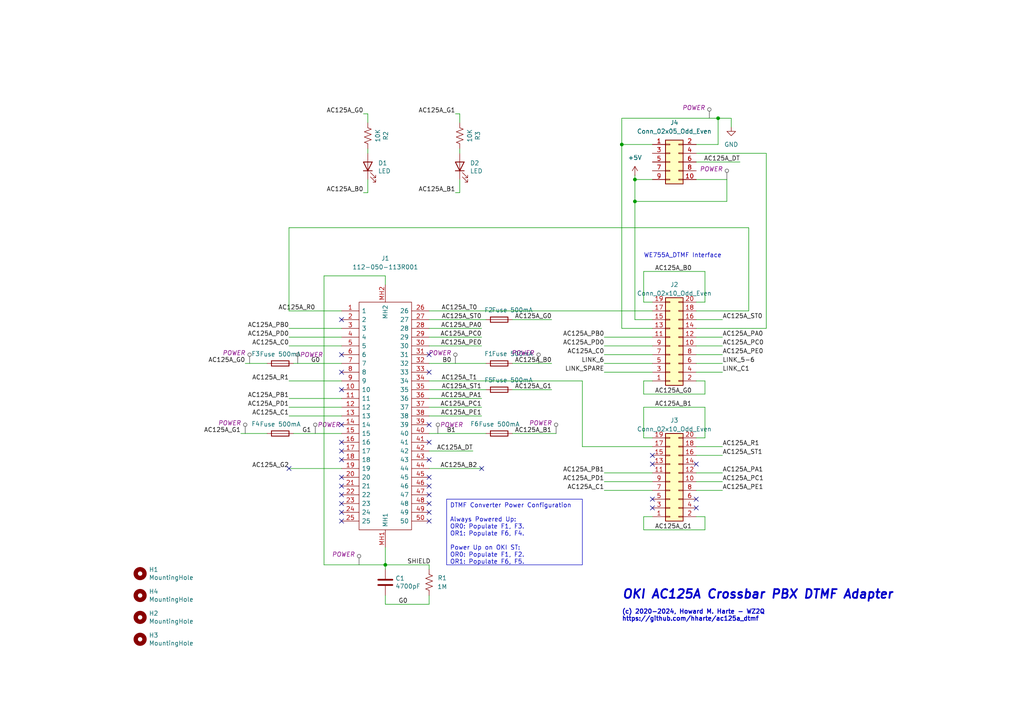
<source format=kicad_sch>
(kicad_sch (version 20231120) (generator "eeschema") (generator_version "8.0")
  (paper "A4")
  (title_block (title "OKI AC125A DTMF Adapter") (date "2024-04-07") (rev "3"))
  (lib_symbols
    (symbol "Connector_Generic:Conn_02x05_Odd_Even" (pin_names (offset 1.016) hide)
      (property "Reference" "J" (at 1.27 7.62 0))
      (property "Value" "Conn_02x05_Odd_Even" (at 1.27 -7.62 0))
      (symbol "Conn_02x05_Odd_Even_1_1"
        (rectangle (start -1.27 -4.953) (end 0 -5.207) (stroke (width 0.1524)))
        (rectangle (start -1.27 -2.413) (end 0 -2.667) (stroke (width 0.1524)))
        (rectangle (start -1.27 0.127) (end 0 -0.127) (stroke (width 0.1524)))
        (rectangle (start -1.27 2.667) (end 0 2.413) (stroke (width 0.1524)))
        (rectangle (start -1.27 5.207) (end 0 4.953) (stroke (width 0.1524)))
        (rectangle (start -1.27 6.35) (end 3.81 -6.35) (stroke (width 0.254)) (fill (type background)))
        (rectangle (start 3.81 -4.953) (end 2.54 -5.207) (stroke (width 0.1524)))
        (rectangle (start 3.81 -2.413) (end 2.54 -2.667) (stroke (width 0.1524)))
        (rectangle (start 3.81 0.127) (end 2.54 -0.127) (stroke (width 0.1524)))
        (rectangle (start 3.81 2.667) (end 2.54 2.413) (stroke (width 0.1524)))
        (rectangle (start 3.81 5.207) (end 2.54 4.953) (stroke (width 0.1524)))
        (pin passive line (at -5.08 5.08 0) (length 3.81) (name "Pin_1") (number "1"))
        (pin passive line (at 7.62 -5.08 180) (length 3.81) (name "Pin_10") (number "10"))
        (pin passive line (at 7.62 5.08 180) (length 3.81) (name "Pin_2") (number "2"))
        (pin passive line (at -5.08 2.54 0) (length 3.81) (name "Pin_3") (number "3"))
        (pin passive line (at 7.62 2.54 180) (length 3.81) (name "Pin_4") (number "4"))
        (pin passive line (at -5.08 0 0) (length 3.81) (name "Pin_5") (number "5"))
        (pin passive line (at 7.62 0 180) (length 3.81) (name "Pin_6") (number "6"))
        (pin passive line (at -5.08 -2.54 0) (length 3.81) (name "Pin_7") (number "7"))
        (pin passive line (at 7.62 -2.54 180) (length 3.81) (name "Pin_8") (number "8"))
        (pin passive line (at -5.08 -5.08 0) (length 3.81) (name "Pin_9") (number "9"))
      )
    )
    (symbol "Connector_Generic:Conn_02x10_Odd_Even" (pin_names (offset 1.016) hide)
      (property "Reference" "J" (at 1.27 12.7 0))
      (property "Value" "Conn_02x10_Odd_Even" (at 1.27 -15.24 0))
      (symbol "Conn_02x10_Odd_Even_1_1"
        (rectangle (start -1.27 -12.573) (end 0 -12.827) (stroke (width 0.1524)))
        (rectangle (start -1.27 -10.033) (end 0 -10.287) (stroke (width 0.1524)))
        (rectangle (start -1.27 -7.493) (end 0 -7.747) (stroke (width 0.1524)))
        (rectangle (start -1.27 -4.953) (end 0 -5.207) (stroke (width 0.1524)))
        (rectangle (start -1.27 -2.413) (end 0 -2.667) (stroke (width 0.1524)))
        (rectangle (start -1.27 0.127) (end 0 -0.127) (stroke (width 0.1524)))
        (rectangle (start -1.27 2.667) (end 0 2.413) (stroke (width 0.1524)))
        (rectangle (start -1.27 5.207) (end 0 4.953) (stroke (width 0.1524)))
        (rectangle (start -1.27 7.747) (end 0 7.493) (stroke (width 0.1524)))
        (rectangle (start -1.27 10.287) (end 0 10.033) (stroke (width 0.1524)))
        (rectangle (start -1.27 11.43) (end 3.81 -13.97) (stroke (width 0.254)) (fill (type background)))
        (rectangle (start 3.81 -12.573) (end 2.54 -12.827) (stroke (width 0.1524)))
        (rectangle (start 3.81 -10.033) (end 2.54 -10.287) (stroke (width 0.1524)))
        (rectangle (start 3.81 -7.493) (end 2.54 -7.747) (stroke (width 0.1524)))
        (rectangle (start 3.81 -4.953) (end 2.54 -5.207) (stroke (width 0.1524)))
        (rectangle (start 3.81 -2.413) (end 2.54 -2.667) (stroke (width 0.1524)))
        (rectangle (start 3.81 0.127) (end 2.54 -0.127) (stroke (width 0.1524)))
        (rectangle (start 3.81 2.667) (end 2.54 2.413) (stroke (width 0.1524)))
        (rectangle (start 3.81 5.207) (end 2.54 4.953) (stroke (width 0.1524)))
        (rectangle (start 3.81 7.747) (end 2.54 7.493) (stroke (width 0.1524)))
        (rectangle (start 3.81 10.287) (end 2.54 10.033) (stroke (width 0.1524)))
        (pin passive line (at -5.08 10.16 0) (length 3.81) (name "Pin_1") (number "1"))
        (pin passive line (at 7.62 0 180) (length 3.81) (name "Pin_10") (number "10"))
        (pin passive line (at -5.08 -2.54 0) (length 3.81) (name "Pin_11") (number "11"))
        (pin passive line (at 7.62 -2.54 180) (length 3.81) (name "Pin_12") (number "12"))
        (pin passive line (at -5.08 -5.08 0) (length 3.81) (name "Pin_13") (number "13"))
        (pin passive line (at 7.62 -5.08 180) (length 3.81) (name "Pin_14") (number "14"))
        (pin passive line (at -5.08 -7.62 0) (length 3.81) (name "Pin_15") (number "15"))
        (pin passive line (at 7.62 -7.62 180) (length 3.81) (name "Pin_16") (number "16"))
        (pin passive line (at -5.08 -10.16 0) (length 3.81) (name "Pin_17") (number "17"))
        (pin passive line (at 7.62 -10.16 180) (length 3.81) (name "Pin_18") (number "18"))
        (pin passive line (at -5.08 -12.7 0) (length 3.81) (name "Pin_19") (number "19"))
        (pin passive line (at 7.62 10.16 180) (length 3.81) (name "Pin_2") (number "2"))
        (pin passive line (at 7.62 -12.7 180) (length 3.81) (name "Pin_20") (number "20"))
        (pin passive line (at -5.08 7.62 0) (length 3.81) (name "Pin_3") (number "3"))
        (pin passive line (at 7.62 7.62 180) (length 3.81) (name "Pin_4") (number "4"))
        (pin passive line (at -5.08 5.08 0) (length 3.81) (name "Pin_5") (number "5"))
        (pin passive line (at 7.62 5.08 180) (length 3.81) (name "Pin_6") (number "6"))
        (pin passive line (at -5.08 2.54 0) (length 3.81) (name "Pin_7") (number "7"))
        (pin passive line (at 7.62 2.54 180) (length 3.81) (name "Pin_8") (number "8"))
        (pin passive line (at -5.08 0 0) (length 3.81) (name "Pin_9") (number "9"))
      )
    )
    (symbol "Device:C" (pin_numbers hide) (pin_names (offset 0.254))
      (property "Reference" "C" (at 0.635 2.54 0))
      (property "Value" "C" (at 0.635 -2.54 0))
      (symbol "C_0_1"
        (polyline (pts (xy -2.032 -0.762) (xy 2.032 -0.762)) (stroke (width 0.508)))
        (polyline (pts (xy -2.032 0.762) (xy 2.032 0.762)) (stroke (width 0.508)))
      )
      (symbol "C_1_1"
        (pin passive line (at 0 3.81 270) (length 2.794) (name "~") (number "1"))
        (pin passive line (at 0 -3.81 90) (length 2.794) (name "~") (number "2"))
      )
    )
    (symbol "Device:Fuse" (pin_numbers hide) (pin_names (offset 0))
      (property "Reference" "F" (at 2.032 0 90))
      (property "Value" "Fuse" (at -1.905 0 90))
      (symbol "Fuse_0_1"
        (rectangle (start -0.762 -2.54) (end 0.762 2.54) (stroke (width 0.254)))
        (polyline (pts (xy 0 2.54) (xy 0 -2.54)))
      )
      (symbol "Fuse_1_1"
        (pin passive line (at 0 3.81 270) (length 1.27) (name "~") (number "1"))
        (pin passive line (at 0 -3.81 90) (length 1.27) (name "~") (number "2"))
      )
    )
    (symbol "Device:LED" (pin_numbers hide) (pin_names (offset 1.016) hide)
      (property "Reference" "D" (at 0 2.54 0))
      (property "Value" "LED" (at 0 -2.54 0))
      (symbol "LED_0_1"
        (polyline (pts (xy -1.27 -1.27) (xy -1.27 1.27)) (stroke (width 0.254)))
        (polyline (pts (xy -1.27 0) (xy 1.27 0)))
        (polyline (pts (xy 1.27 -1.27) (xy 1.27 1.27) (xy -1.27 0) (xy 1.27 -1.27)) (stroke (width 0.254)))
        (polyline (pts (xy -3.048 -0.762) (xy -4.572 -2.286) (xy -3.81 -2.286) (xy -4.572 -2.286) (xy -4.572 -1.524)))
        (polyline (pts (xy -1.778 -0.762) (xy -3.302 -2.286) (xy -2.54 -2.286) (xy -3.302 -2.286) (xy -3.302 -1.524)))
      )
      (symbol "LED_1_1"
        (pin passive line (at -3.81 0 0) (length 2.54) (name "K") (number "1"))
        (pin passive line (at 3.81 0 180) (length 2.54) (name "A") (number "2"))
      )
    )
    (symbol "Device:R_US" (pin_numbers hide) (pin_names (offset 0))
      (property "Reference" "R" (at 2.54 0 90))
      (property "Value" "R_US" (at -2.54 0 90))
      (symbol "R_US_0_1"
        (polyline (pts (xy 0 -2.286) (xy 0 -2.54)))
        (polyline (pts (xy 0 2.286) (xy 0 2.54)))
        (polyline (pts (xy 0 -0.762) (xy 1.016 -1.143) (xy 0 -1.524) (xy -1.016 -1.905) (xy 0 -2.286)))
        (polyline (pts (xy 0 0.762) (xy 1.016 0.381) (xy 0 0) (xy -1.016 -0.381) (xy 0 -0.762)))
        (polyline (pts (xy 0 2.286) (xy 1.016 1.905) (xy 0 1.524) (xy -1.016 1.143) (xy 0 0.762)))
      )
      (symbol "R_US_1_1"
        (pin passive line (at 0 3.81 270) (length 1.27) (name "~") (number "1"))
        (pin passive line (at 0 -3.81 90) (length 1.27) (name "~") (number "2"))
      )
    )
    (symbol "Mechanical:MountingHole" (pin_names (offset 1.016))
      (property "Reference" "H" (at 0 5.08 0))
      (property "Value" "MountingHole" (at 0 3.175 0))
      (symbol "MountingHole_0_1"
        (circle (center 0 0) (radius 1.27) (stroke (width 1.27)))
      )
    )
    (symbol "ac125a_dtmf:112-050-113R001" (pin_names (offset 0.762))
      (property "Reference" "J" (at 72.39 12.7 0))
      (property "Value" "112-050-113R001" (at 72.39 10.16 0))
      (symbol "112-050-113R001_0_0"
        (pin unspecified line (at 68.58 12.7 270) (length 5.08) (name "1") (number "1"))
        (pin unspecified line (at 45.72 12.7 270) (length 5.08) (name "10") (number "10"))
        (pin unspecified line (at 43.18 12.7 270) (length 5.08) (name "11") (number "11"))
        (pin unspecified line (at 40.64 12.7 270) (length 5.08) (name "12") (number "12"))
        (pin unspecified line (at 38.1 12.7 270) (length 5.08) (name "13") (number "13"))
        (pin unspecified line (at 35.56 12.7 270) (length 5.08) (name "14") (number "14"))
        (pin unspecified line (at 33.02 12.7 270) (length 5.08) (name "15") (number "15"))
        (pin unspecified line (at 30.48 12.7 270) (length 5.08) (name "16") (number "16"))
        (pin unspecified line (at 27.94 12.7 270) (length 5.08) (name "17") (number "17"))
        (pin unspecified line (at 25.4 12.7 270) (length 5.08) (name "18") (number "18"))
        (pin unspecified line (at 22.86 12.7 270) (length 5.08) (name "19") (number "19"))
        (pin unspecified line (at 66.04 12.7 270) (length 5.08) (name "2") (number "2"))
        (pin unspecified line (at 20.32 12.7 270) (length 5.08) (name "20") (number "20"))
        (pin unspecified line (at 17.78 12.7 270) (length 5.08) (name "21") (number "21"))
        (pin unspecified line (at 15.24 12.7 270) (length 5.08) (name "22") (number "22"))
        (pin unspecified line (at 12.7 12.7 270) (length 5.08) (name "23") (number "23"))
        (pin unspecified line (at 10.16 12.7 270) (length 5.08) (name "24") (number "24"))
        (pin unspecified line (at 7.62 12.7 270) (length 5.08) (name "25") (number "25"))
        (pin unspecified line (at 68.58 -12.7 90) (length 5.08) (name "26") (number "26"))
        (pin unspecified line (at 66.04 -12.7 90) (length 5.08) (name "27") (number "27"))
        (pin unspecified line (at 63.5 -12.7 90) (length 5.08) (name "28") (number "28"))
        (pin unspecified line (at 60.96 -12.7 90) (length 5.08) (name "29") (number "29"))
        (pin unspecified line (at 63.5 12.7 270) (length 5.08) (name "3") (number "3"))
        (pin unspecified line (at 58.42 -12.7 90) (length 5.08) (name "30") (number "30"))
        (pin unspecified line (at 55.88 -12.7 90) (length 5.08) (name "31") (number "31"))
        (pin unspecified line (at 53.34 -12.7 90) (length 5.08) (name "32") (number "32"))
        (pin unspecified line (at 50.8 -12.7 90) (length 5.08) (name "33") (number "33"))
        (pin unspecified line (at 48.26 -12.7 90) (length 5.08) (name "34") (number "34"))
        (pin unspecified line (at 45.72 -12.7 90) (length 5.08) (name "35") (number "35"))
        (pin unspecified line (at 43.18 -12.7 90) (length 5.08) (name "36") (number "36"))
        (pin unspecified line (at 40.64 -12.7 90) (length 5.08) (name "37") (number "37"))
        (pin unspecified line (at 38.1 -12.7 90) (length 5.08) (name "38") (number "38"))
        (pin unspecified line (at 35.56 -12.7 90) (length 5.08) (name "39") (number "39"))
        (pin unspecified line (at 60.96 12.7 270) (length 5.08) (name "4") (number "4"))
        (pin unspecified line (at 33.02 -12.7 90) (length 5.08) (name "40") (number "40"))
        (pin unspecified line (at 30.48 -12.7 90) (length 5.08) (name "41") (number "41"))
        (pin unspecified line (at 27.94 -12.7 90) (length 5.08) (name "42") (number "42"))
        (pin unspecified line (at 25.4 -12.7 90) (length 5.08) (name "43") (number "43"))
        (pin unspecified line (at 22.86 -12.7 90) (length 5.08) (name "44") (number "44"))
        (pin unspecified line (at 20.32 -12.7 90) (length 5.08) (name "45") (number "45"))
        (pin unspecified line (at 17.78 -12.7 90) (length 5.08) (name "46") (number "46"))
        (pin unspecified line (at 15.24 -12.7 90) (length 5.08) (name "47") (number "47"))
        (pin unspecified line (at 12.7 -12.7 90) (length 5.08) (name "48") (number "48"))
        (pin unspecified line (at 10.16 -12.7 90) (length 5.08) (name "49") (number "49"))
        (pin unspecified line (at 58.42 12.7 270) (length 5.08) (name "5") (number "5"))
        (pin unspecified line (at 7.62 -12.7 90) (length 5.08) (name "50") (number "50"))
        (pin unspecified line (at 55.88 12.7 270) (length 5.08) (name "6") (number "6"))
        (pin unspecified line (at 53.34 12.7 270) (length 5.08) (name "7") (number "7"))
        (pin unspecified line (at 50.8 12.7 270) (length 5.08) (name "8") (number "8"))
        (pin unspecified line (at 48.26 12.7 270) (length 5.08) (name "9") (number "9"))
        (pin unspecified line (at 0 0 0) (length 5.08) (name "MH1") (number "MH1"))
        (pin unspecified line (at 76.2 0 180) (length 5.08) (name "MH2") (number "MH2"))
      )
      (symbol "112-050-113R001_0_1"
        (polyline (pts (xy 5.08 7.62) (xy 71.12 7.62) (xy 71.12 -7.62) (xy 5.08 -7.62) (xy 5.08 7.62)) (stroke (width 0.1524)))
      )
    )
    (symbol "power:+5V" (power) (pin_numbers hide) (pin_names (offset 0) hide)
      (property "Value" "+5V" (at 0 3.556 0))
      (symbol "+5V_0_1"
        (polyline (pts (xy -0.762 1.27) (xy 0 2.54)))
        (polyline (pts (xy 0 0) (xy 0 2.54)))
        (polyline (pts (xy 0 2.54) (xy 0.762 1.27)))
      )
      (symbol "+5V_1_1"
        (pin power_in line (at 0 0 90) (length 0) (name "~") (number "1"))
      )
    )
    (symbol "power:GND" (power) (pin_numbers hide) (pin_names (offset 0) hide)
      (property "Value" "GND" (at 0 -3.81 0))
      (symbol "GND_0_1"
        (polyline (pts (xy 0 0) (xy 0 -1.27) (xy 1.27 -1.27) (xy 0 -2.54) (xy -1.27 -1.27) (xy 0 -1.27)))
      )
      (symbol "GND_1_1"
        (pin power_in line (at 0 0 270) (length 0) (name "~") (number "1"))
      )
    )
  )
  (junction (at 111.76 163.83))
  (junction (at 208.28 34.29))
  (junction (at 184.15 52.07))
  (junction (at 184.15 58.42))
  (junction (at 180.34 41.91))
  (no_connect (at 99.06 92.71))
  (no_connect (at 99.06 140.97))
  (no_connect (at 189.23 132.08))
  (no_connect (at 124.46 102.87))
  (no_connect (at 124.46 151.13))
  (no_connect (at 99.06 143.51))
  (no_connect (at 124.46 140.97))
  (no_connect (at 201.93 134.62))
  (no_connect (at 124.46 128.27))
  (no_connect (at 99.06 102.87))
  (no_connect (at 189.23 144.78))
  (no_connect (at 139.7 135.89))
  (no_connect (at 83.82 135.89))
  (no_connect (at 99.06 138.43))
  (no_connect (at 99.06 146.05))
  (no_connect (at 201.93 144.78))
  (no_connect (at 201.93 147.32))
  (no_connect (at 99.06 130.81))
  (no_connect (at 124.46 123.19))
  (no_connect (at 99.06 148.59))
  (no_connect (at 124.46 143.51))
  (no_connect (at 124.46 138.43))
  (no_connect (at 124.46 146.05))
  (no_connect (at 189.23 134.62))
  (no_connect (at 124.46 148.59))
  (no_connect (at 99.06 107.95))
  (no_connect (at 99.06 151.13))
  (no_connect (at 99.06 113.03))
  (no_connect (at 189.23 147.32))
  (no_connect (at 124.46 107.95))
  (no_connect (at 99.06 133.35))
  (no_connect (at 99.06 123.19))
  (no_connect (at 124.46 133.35))
  (no_connect (at 99.06 128.27))
  (wire (pts (xy 201.93 149.86) (xy 204.47 149.86)))
  (wire (pts (xy 186.69 149.86) (xy 189.23 149.86)))
  (wire (pts (xy 111.76 158.75) (xy 111.76 163.83)))
  (wire (pts (xy 105.41 33.02) (xy 106.68 33.02)))
  (wire (pts (xy 184.15 58.42) (xy 184.15 52.07)))
  (wire (pts (xy 189.23 139.7) (xy 175.26 139.7)))
  (wire (pts (xy 124.46 163.83) (xy 111.76 163.83)))
  (wire (pts (xy 148.59 92.71) (xy 160.02 92.71)))
  (wire (pts (xy 83.82 120.65) (xy 99.06 120.65)))
  (wire (pts (xy 189.23 100.33) (xy 175.26 100.33)))
  (wire (pts (xy 111.76 163.83) (xy 93.98 163.83)))
  (wire (pts (xy 208.28 34.29) (xy 212.09 34.29)))
  (wire (pts (xy 201.93 87.63) (xy 204.47 87.63)))
  (wire (pts (xy 140.97 105.41) (xy 124.46 105.41)))
  (wire (pts (xy 111.76 80.01) (xy 111.76 82.55)))
  (wire (pts (xy 186.69 118.11) (xy 186.69 127)))
  (wire (pts (xy 83.82 115.57) (xy 99.06 115.57)))
  (wire (pts (xy 148.59 113.03) (xy 160.02 113.03)))
  (wire (pts (xy 85.09 105.41) (xy 99.06 105.41)))
  (wire (pts (xy 222.25 44.45) (xy 201.93 44.45)))
  (wire (pts (xy 69.85 125.73) (xy 77.47 125.73)))
  (wire (pts (xy 83.82 100.33) (xy 99.06 100.33)))
  (wire (pts (xy 189.23 95.25) (xy 180.34 95.25)))
  (wire (pts (xy 186.69 87.63) (xy 189.23 87.63)))
  (wire (pts (xy 209.55 142.24) (xy 201.93 142.24)))
  (wire (pts (xy 111.76 172.72) (xy 111.76 175.26)))
  (wire (pts (xy 209.55 97.79) (xy 201.93 97.79)))
  (wire (pts (xy 124.46 118.11) (xy 139.7 118.11)))
  (wire (pts (xy 209.55 139.7) (xy 201.93 139.7)))
  (wire (pts (xy 186.69 153.67) (xy 204.47 153.67)))
  (wire (pts (xy 111.76 175.26) (xy 124.46 175.26)))
  (wire (pts (xy 93.98 80.01) (xy 111.76 80.01)))
  (wire (pts (xy 201.93 90.17) (xy 217.17 90.17)))
  (wire (pts (xy 186.69 118.11) (xy 204.47 118.11)))
  (wire (pts (xy 186.69 110.49) (xy 189.23 110.49)))
  (wire (pts (xy 124.46 115.57) (xy 139.7 115.57)))
  (wire (pts (xy 133.35 44.45) (xy 133.35 43.18)))
  (wire (pts (xy 133.35 55.88) (xy 132.08 55.88)))
  (wire (pts (xy 175.26 137.16) (xy 189.23 137.16)))
  (wire (pts (xy 124.46 130.81) (xy 137.16 130.81)))
  (wire (pts (xy 222.25 95.25) (xy 222.25 44.45)))
  (wire (pts (xy 83.82 135.89) (xy 99.06 135.89)))
  (wire (pts (xy 124.46 125.73) (xy 140.97 125.73)))
  (wire (pts (xy 148.59 125.73) (xy 161.29 125.73)))
  (wire (pts (xy 209.55 102.87) (xy 201.93 102.87)))
  (wire (pts (xy 201.93 107.95) (xy 209.55 107.95)))
  (wire (pts (xy 189.23 142.24) (xy 175.26 142.24)))
  (wire (pts (xy 201.93 110.49) (xy 204.47 110.49)))
  (wire (pts (xy 71.12 105.41) (xy 77.47 105.41)))
  (wire (pts (xy 189.23 102.87) (xy 175.26 102.87)))
  (wire (pts (xy 204.47 149.86) (xy 204.47 153.67)))
  (wire (pts (xy 124.46 100.33) (xy 139.7 100.33)))
  (wire (pts (xy 106.68 52.07) (xy 106.68 55.88)))
  (wire (pts (xy 148.59 105.41) (xy 160.02 105.41)))
  (wire (pts (xy 209.55 100.33) (xy 201.93 100.33)))
  (wire (pts (xy 124.46 110.49) (xy 168.91 110.49)))
  (wire (pts (xy 93.98 80.01) (xy 93.98 163.83)))
  (wire (pts (xy 201.93 95.25) (xy 222.25 95.25)))
  (wire (pts (xy 209.55 132.08) (xy 201.93 132.08)))
  (wire (pts (xy 124.46 92.71) (xy 140.97 92.71)))
  (wire (pts (xy 201.93 46.99) (xy 214.63 46.99)))
  (wire (pts (xy 184.15 52.07) (xy 189.23 52.07)))
  (wire (pts (xy 189.23 107.95) (xy 175.26 107.95)))
  (wire (pts (xy 124.46 175.26) (xy 124.46 172.72)))
  (wire (pts (xy 208.28 34.29) (xy 208.28 41.91)))
  (wire (pts (xy 83.82 110.49) (xy 99.06 110.49)))
  (wire (pts (xy 124.46 97.79) (xy 139.7 97.79)))
  (wire (pts (xy 186.69 78.74) (xy 186.69 87.63)))
  (wire (pts (xy 124.46 90.17) (xy 189.23 90.17)))
  (wire (pts (xy 133.35 52.07) (xy 133.35 55.88)))
  (wire (pts (xy 106.68 55.88) (xy 105.41 55.88)))
  (wire (pts (xy 186.69 114.3) (xy 186.69 110.49)))
  (wire (pts (xy 209.55 105.41) (xy 201.93 105.41)))
  (wire (pts (xy 184.15 92.71) (xy 184.15 58.42)))
  (wire (pts (xy 124.46 120.65) (xy 139.7 120.65)))
  (wire (pts (xy 189.23 92.71) (xy 184.15 92.71)))
  (wire (pts (xy 184.15 50.8) (xy 184.15 52.07)))
  (wire (pts (xy 124.46 165.1) (xy 124.46 163.83)))
  (wire (pts (xy 186.69 78.74) (xy 204.47 78.74)))
  (wire (pts (xy 175.26 97.79) (xy 189.23 97.79)))
  (wire (pts (xy 180.34 41.91) (xy 180.34 34.29)))
  (wire (pts (xy 85.09 125.73) (xy 99.06 125.73)))
  (wire (pts (xy 83.82 95.25) (xy 99.06 95.25)))
  (wire (pts (xy 204.47 127) (xy 204.47 118.11)))
  (wire (pts (xy 204.47 87.63) (xy 204.47 78.74)))
  (wire (pts (xy 106.68 44.45) (xy 106.68 43.18)))
  (wire (pts (xy 132.08 33.02) (xy 133.35 33.02)))
  (wire (pts (xy 83.82 118.11) (xy 99.06 118.11)))
  (wire (pts (xy 180.34 34.29) (xy 208.28 34.29)))
  (wire (pts (xy 217.17 66.04) (xy 217.17 90.17)))
  (wire (pts (xy 204.47 110.49) (xy 204.47 114.3)))
  (wire (pts (xy 124.46 95.25) (xy 139.7 95.25)))
  (wire (pts (xy 201.93 127) (xy 204.47 127)))
  (wire (pts (xy 133.35 33.02) (xy 133.35 35.56)))
  (wire (pts (xy 209.55 137.16) (xy 201.93 137.16)))
  (wire (pts (xy 212.09 36.83) (xy 212.09 34.29)))
  (wire (pts (xy 186.69 114.3) (xy 204.47 114.3)))
  (wire (pts (xy 168.91 129.54) (xy 168.91 110.49)))
  (wire (pts (xy 106.68 33.02) (xy 106.68 35.56)))
  (wire (pts (xy 124.46 113.03) (xy 140.97 113.03)))
  (wire (pts (xy 83.82 90.17) (xy 99.06 90.17)))
  (wire (pts (xy 180.34 41.91) (xy 189.23 41.91)))
  (wire (pts (xy 186.69 127) (xy 189.23 127)))
  (wire (pts (xy 180.34 95.25) (xy 180.34 41.91)))
  (wire (pts (xy 186.69 153.67) (xy 186.69 149.86)))
  (wire (pts (xy 111.76 165.1) (xy 111.76 163.83)))
  (wire (pts (xy 83.82 90.17) (xy 83.82 66.04)))
  (wire (pts (xy 175.26 105.41) (xy 189.23 105.41)))
  (wire (pts (xy 209.55 92.71) (xy 201.93 92.71)))
  (wire (pts (xy 201.93 129.54) (xy 209.55 129.54)))
  (wire (pts (xy 210.82 52.07) (xy 210.82 58.42)))
  (wire (pts (xy 189.23 129.54) (xy 168.91 129.54)))
  (wire (pts (xy 210.82 58.42) (xy 184.15 58.42)))
  (wire (pts (xy 83.82 97.79) (xy 99.06 97.79)))
  (wire (pts (xy 83.82 66.04) (xy 217.17 66.04)))
  (wire (pts (xy 208.28 41.91) (xy 201.93 41.91)))
  (wire (pts (xy 201.93 52.07) (xy 210.82 52.07)))
  (wire (pts (xy 124.46 135.89) (xy 139.7 135.89)))
  (text_box "DTMF Converter Power Configuration\n\nAlways Powered Up:\nOR0: Populate F1, F3.\nOR1: Populate F6, F4.\n\nPower Up on OKI ST:\nOR0: Populate F1, F2.\nOR1: Populate F6, F5." (at 129.54 144.78 0) (size 39.37 19.05) (effects (font (size 1.27 1.27)) (justify left top)))
  (text "OKI AC125A Crossbar PBX DTMF Adapter" (at 180.34 173.99 0) (effects (font (size 2.54 2.54) (thickness 0.508) (bold yes) (italic yes)) (justify left bottom)))
  (text "WE755A_DTMF Interface" (at 186.69 74.93 0) (effects (font (size 1.27 1.27)) (justify left bottom)))
  (text "(c) 2020-2024, Howard M. Harte - WZ2Q\nhttps://github.com/hharte/ac125a_dtmf" (at 180.34 180.34 0) (effects (font (size 1.27 1.27) (thickness 0.254) (bold yes)) (justify left bottom)))
  (label "G0" (at 90.17 105.41 0))
  (label "G1" (at 87.63 125.73 0))
  (label "AC125A_C1" (at 175.26 142.24 180))
  (label "AC125A_PC0" (at 209.55 100.33 0))
  (label "AC125A_PA1" (at 209.55 137.16 0))
  (label "SHIELD" (at 118.11 163.83 0))
  (label "AC125A_B0" (at 105.41 55.88 180))
  (label "AC125A_PB0" (at 175.26 97.79 180))
  (label "AC125A_PC1" (at 209.55 139.7 0))
  (label "AC125A_B0" (at 160.02 105.41 180))
  (label "AC125A_PB0" (at 83.82 95.25 180))
  (label "B0" (at 128.27 105.41 0))
  (label "G0" (at 115.57 175.26 0))
  (label "AC125A_PD0" (at 83.82 97.79 180))
  (label "AC125A_PE0" (at 139.7 100.33 180))
  (label "B1" (at 129.54 125.73 0))
  (label "AC125A_ST0" (at 139.7 92.71 180))
  (label "AC125A_B1" (at 132.08 55.88 180))
  (label "LINK_5-6" (at 209.55 105.41 0))
  (label "LINK_SPARE" (at 175.26 107.95 180))
  (label "AC125A_B1" (at 200.66 118.11 180))
  (label "AC125A_PC1" (at 139.7 118.11 180))
  (label "AC125A_C0" (at 83.82 100.33 180))
  (label "AC125A_R1" (at 83.82 110.49 180))
  (label "AC125A_C1" (at 83.82 120.65 180))
  (label "AC125A_PD1" (at 83.82 118.11 180))
  (label "AC125A_T0" (at 138.43 90.17 180))
  (label "AC125A_R0" (at 91.44 90.17 180))
  (label "AC125A_ST1" (at 139.7 113.03 180))
  (label "AC125A_C0" (at 175.26 102.87 180))
  (label "AC125A_DT" (at 214.63 46.99 180))
  (label "AC125A_G1" (at 132.08 33.02 180))
  (label "AC125A_G0" (at 71.12 105.41 180))
  (label "AC125A_PE0" (at 209.55 102.87 0))
  (label "LINK_C1" (at 209.55 107.95 0))
  (label "AC125A_PA0" (at 209.55 97.79 0))
  (label "AC125A_PE1" (at 139.7 120.65 180))
  (label "AC125A_B1" (at 160.02 125.73 180))
  (label "AC125A_DT" (at 137.16 130.81 180))
  (label "AC125A_PB1" (at 175.26 137.16 180))
  (label "AC125A_G1" (at 200.66 153.67 180))
  (label "LINK_6" (at 175.26 105.41 180))
  (label "AC125A_ST0" (at 209.55 92.71 0))
  (label "AC125A_G2" (at 83.82 135.89 180))
  (label "AC125A_B2" (at 138.43 135.89 180))
  (label "AC125A_T1" (at 138.43 110.49 180))
  (label "AC125A_G0" (at 160.02 92.71 180))
  (label "AC125A_PA1" (at 139.7 115.57 180))
  (label "AC125A_PD0" (at 175.26 100.33 180))
  (label "AC125A_PD1" (at 175.26 139.7 180))
  (label "AC125A_PB1" (at 83.82 115.57 180))
  (label "AC125A_ST1" (at 209.55 132.08 0))
  (label "AC125A_PC0" (at 139.7 97.79 180))
  (label "AC125A_R1" (at 209.55 129.54 0))
  (label "AC125A_G0" (at 105.41 33.02 180))
  (label "AC125A_PA0" (at 139.7 95.25 180))
  (label "AC125A_B0" (at 200.66 78.74 180))
  (label "AC125A_G0" (at 200.66 114.3 180))
  (label "AC125A_PE1" (at 209.55 142.24 0))
  (label "AC125A_G1" (at 160.02 113.03 180))
  (label "AC125A_G1" (at 69.85 125.73 180))
  (netclass_flag "" (length 2.54) (shape round) (at 127 125.73 0) (property "Netclass" "POWER" (at 127.6096 123.19 0) (effects (font (italic yes)) (justify left))))
  (netclass_flag "" (length 2.54) (shape round) (at 210.82 52.07 0) (property "Netclass" "POWER" (at 202.946 49.022 0) (effects (font (italic yes)) (justify left))))
  (netclass_flag "" (length 2.54) (shape round) (at 72.39 105.41 0) (property "Netclass" "POWER" (at 64.516 102.362 0) (effects (font (italic yes)) (justify left))))
  (netclass_flag "" (length 2.54) (shape round) (at 104.14 163.83 0) (property "Netclass" "POWER" (at 96.266 160.782 0) (effects (font (italic yes)) (justify left))))
  (netclass_flag "" (length 2.54) (shape round) (at 161.29 125.73 0) (property "Netclass" "POWER" (at 153.416 122.682 0) (effects (font (italic yes)) (justify left))))
  (netclass_flag "" (length 2.54) (shape round) (at 132.08 105.41 0) (property "Netclass" "POWER" (at 124.206 102.362 0) (effects (font (italic yes)) (justify left))))
  (netclass_flag "" (length 2.54) (shape round) (at 86.36 105.41 0) (property "Netclass" "POWER" (at 86.9696 102.87 0) (effects (font (italic yes)) (justify left))))
  (netclass_flag "" (length 2.54) (shape round) (at 205.74 34.29 0) (property "Netclass" "POWER" (at 197.866 31.242 0) (effects (font (italic yes)) (justify left))))
  (netclass_flag "" (length 2.54) (shape round) (at 71.12 125.73 0) (property "Netclass" "POWER" (at 63.246 122.682 0) (effects (font (italic yes)) (justify left))))
  (netclass_flag "" (length 2.54) (shape round) (at 91.44 125.73 0) (property "Netclass" "POWER" (at 92.0496 123.19 0) (effects (font (italic yes)) (justify left))))
  (netclass_flag "" (length 2.54) (shape round) (at 156.21 105.41 0) (property "Netclass" "POWER" (at 148.336 102.362 0) (effects (font (italic yes)) (justify left))))
  (symbol (lib_id "ac125a_dtmf:112-050-113R001") (at 111.76 158.75 90) (unit 1)
    (property "Reference" "J1" (at 111.76 74.93 90))
    (property "Value" "112-050-113R001" (at 111.76 77.47 90))
    (property "Footprint" "ac125a_dtmf:112050113R001" (effects (hide yes)))
    (property "Datasheet" "https://componentsearchengine.com/Datasheets/1/112-050-113R001.pdf" (effects (hide yes)))
    (property "Description" "NORCOMP - 112-050-113R001 - CONNECTOR, RJ21X, PLUG, 50POS, THT" (effects (hide yes)))
    (property "Height" "15.55" (effects (hide yes)))
    (property "Mouser Part Number" "636-112-050-113R001" (effects (hide yes)))
    (property "Mouser Price/Stock" "https://www.mouser.co.uk/ProductDetail/NorComp/112-050-113R001?qs=IGgAdOvCTsTJzLtBbmM05Q%3D%3D" (effects (hide yes)))
    (property "Manufacturer_Name" "NorComp" (effects (hide yes)))
    (property "Manufacturer_Part_Number" "112-050-113R001" (effects (hide yes)))
    (property "Digi-Key_PN" "1050RMA-ND" (effects (hide yes)))
    (property "MPN" "112-050-113R001" (effects (hide yes)))
  )
  (symbol (lib_id "Device:Fuse") (at 81.28 105.41 270) (unit 1)
    (property "Reference" "F3" (at 74.168 102.616 90))
    (property "Value" "Fuse 500mA" (at 81.28 102.7176 90))
    (property "Footprint" "Resistor_THT:R_Axial_DIN0207_L6.3mm_D2.5mm_P10.16mm_Horizontal" (effects (hide yes)))
    (property "Datasheet" "https://www.digikey.com/product-detail/en/littelfuse-inc/0251-630MXL/F2312-ND/700711" (effects (hide yes)))
    (property "Digi-Key_PN" "F2311-ND" (effects (hide yes)))
    (property "MPN" "0251.500MXL" (effects (hide yes)))
  )
  (symbol (lib_id "Mechanical:MountingHole") (at 40.64 166.37 0) (unit 1) (in_bom no)
    (property "Reference" "H1" (at 43.18 165.2016 0) (effects (justify left)))
    (property "Value" "MountingHole" (at 43.18 167.513 0) (effects (justify left)))
    (property "Footprint" "MountingHole:MountingHole_2.7mm_Pad" (effects (hide yes)))
  )
  (symbol (lib_id "Mechanical:MountingHole") (at 40.64 172.72 0) (unit 1) (in_bom no)
    (property "Reference" "H4" (at 43.18 171.5516 0) (effects (justify left)))
    (property "Value" "MountingHole" (at 43.18 173.863 0) (effects (justify left)))
    (property "Footprint" "MountingHole:MountingHole_2.7mm_Pad" (effects (hide yes)))
  )
  (symbol (lib_id "Mechanical:MountingHole") (at 40.64 179.07 0) (unit 1) (in_bom no)
    (property "Reference" "H2" (at 43.18 177.9016 0) (effects (justify left)))
    (property "Value" "MountingHole" (at 43.18 180.213 0) (effects (justify left)))
    (property "Footprint" "MountingHole:MountingHole_2.7mm_Pad" (effects (hide yes)))
  )
  (symbol (lib_id "Mechanical:MountingHole") (at 40.64 185.42 0) (unit 1) (in_bom no)
    (property "Reference" "H3" (at 43.18 184.2516 0) (effects (justify left)))
    (property "Value" "MountingHole" (at 43.18 186.563 0) (effects (justify left)))
    (property "Footprint" "MountingHole:MountingHole_2.7mm_Pad" (effects (hide yes)))
  )
  (symbol (lib_id "Device:LED") (at 133.35 48.26 90) (unit 1)
    (property "Reference" "D2" (at 136.3218 47.2948 90) (effects (justify right)))
    (property "Value" "LED" (at 136.3218 49.6062 90) (effects (justify right)))
    (property "Footprint" "LED_THT:LED_D5.0mm" (effects (hide yes)))
    (property "Digi-Key_PN" "1497-1031-ND" (effects (hide yes)))
    (property "MPN" "XLUR12D" (effects (hide yes)))
  )
  (symbol (lib_id "Device:Fuse") (at 144.78 113.03 270) (unit 1)
    (property "Reference" "F5" (at 141.732 110.236 90))
    (property "Value" "Fuse 500mA" (at 148.59 110.236 90))
    (property "Footprint" "Resistor_THT:R_Axial_DIN0207_L6.3mm_D2.5mm_P10.16mm_Horizontal" (effects (hide yes)))
    (property "Datasheet" "https://www.digikey.com/product-detail/en/littelfuse-inc/0251-630MXL/F2312-ND/700711" (effects (hide yes)))
    (property "Digi-Key_PN" "F2311-ND" (effects (hide yes)))
    (property "MPN" "0251.500MXL" (effects (hide yes)))
  )
  (symbol (lib_id "Device:R_US") (at 106.68 39.37 180) (unit 1)
    (property "Reference" "R2" (at 111.887 39.37 90))
    (property "Value" "10K" (at 109.5756 39.37 90))
    (property "Footprint" "Resistor_THT:R_Axial_DIN0207_L6.3mm_D2.5mm_P7.62mm_Horizontal" (effects (hide yes)))
    (property "Digi-Key_PN" "S10KHCT-ND" (effects (hide yes)))
    (property "MPN" "CFM12JT10K0" (effects (hide yes)))
  )
  (symbol (lib_id "Device:Fuse") (at 81.28 125.73 270) (unit 1)
    (property "Reference" "F4" (at 74.168 122.936 90))
    (property "Value" "Fuse 500mA" (at 81.28 123.0376 90))
    (property "Footprint" "Resistor_THT:R_Axial_DIN0207_L6.3mm_D2.5mm_P10.16mm_Horizontal" (effects (hide yes)))
    (property "Datasheet" "https://www.digikey.com/product-detail/en/littelfuse-inc/0251-630MXL/F2312-ND/700711" (effects (hide yes)))
    (property "Digi-Key_PN" "F2311-ND" (effects (hide yes)))
    (property "MPN" "0251.500MXL" (effects (hide yes)))
  )
  (symbol (lib_id "Device:C") (at 111.76 168.91 0) (unit 1)
    (property "Reference" "C1" (at 114.681 167.7416 0) (effects (justify left)))
    (property "Value" "4700pF" (at 114.681 170.053 0) (effects (justify left)))
    (property "Footprint" "Capacitor_THT:C_Disc_D4.3mm_W1.9mm_P5.00mm" (effects (hide yes)))
    (property "MPN" "S472M39Z5UN63J5R" (effects (hide yes)))
    (property "Digi-Key_PN" "1288PH-ND" (effects (hide yes)))
  )
  (symbol (lib_id "Device:Fuse") (at 144.78 105.41 270) (unit 1)
    (property "Reference" "F1" (at 141.732 102.616 90))
    (property "Value" "Fuse 500mA" (at 148.59 102.616 90))
    (property "Footprint" "Resistor_THT:R_Axial_DIN0207_L6.3mm_D2.5mm_P10.16mm_Horizontal" (effects (hide yes)))
    (property "Datasheet" "https://www.digikey.com/product-detail/en/littelfuse-inc/0251-630MXL/F2312-ND/700711" (effects (hide yes)))
    (property "Digi-Key_PN" "F2311-ND" (effects (hide yes)))
    (property "MPN" "0251.500MXL" (effects (hide yes)))
  )
  (symbol (lib_id "Device:LED") (at 106.68 48.26 90) (unit 1)
    (property "Reference" "D1" (at 109.6518 47.2948 90) (effects (justify right)))
    (property "Value" "LED" (at 109.6518 49.6062 90) (effects (justify right)))
    (property "Footprint" "LED_THT:LED_D5.0mm" (effects (hide yes)))
    (property "Digi-Key_PN" "1497-1031-ND" (effects (hide yes)))
    (property "MPN" "XLUR12D" (effects (hide yes)))
  )
  (symbol (lib_id "power:GND") (at 212.09 36.83 0) (unit 1)
    (property "Reference" "#PWR02" (effects (hide yes)))
    (property "Value" "GND" (at 212.09 41.91 0))
    (property "Description" "Power symbol creates a global label with name \"GND\" , ground" (effects (hide yes)))
  )
  (symbol (lib_id "Device:R_US") (at 133.35 39.37 180) (unit 1)
    (property "Reference" "R3" (at 138.557 39.37 90))
    (property "Value" "10K" (at 136.2456 39.37 90))
    (property "Footprint" "Resistor_THT:R_Axial_DIN0207_L6.3mm_D2.5mm_P7.62mm_Horizontal" (effects (hide yes)))
    (property "Digi-Key_PN" "S10KHCT-ND" (effects (hide yes)))
    (property "MPN" "CFM12JT10K0" (effects (hide yes)))
  )
  (symbol (lib_id "Device:Fuse") (at 144.78 92.71 270) (unit 1)
    (property "Reference" "F2" (at 141.732 89.916 90))
    (property "Value" "Fuse 500mA" (at 148.59 89.916 90))
    (property "Footprint" "Resistor_THT:R_Axial_DIN0207_L6.3mm_D2.5mm_P10.16mm_Horizontal" (effects (hide yes)))
    (property "Datasheet" "https://www.digikey.com/product-detail/en/littelfuse-inc/0251-630MXL/F2312-ND/700711" (effects (hide yes)))
    (property "Digi-Key_PN" "F2311-ND" (effects (hide yes)))
    (property "MPN" "0251.500MXL" (effects (hide yes)))
  )
  (symbol (lib_id "Connector_Generic:Conn_02x10_Odd_Even") (at 194.31 100.33 0) (mirror x) (unit 1)
    (property "Reference" "J2" (at 195.58 82.55 0))
    (property "Value" "Conn_02x10_Odd_Even" (at 195.58 85.09 0))
    (property "Footprint" "ac125a_dtmf:WE755A-DTMF" (effects (hide yes)))
    (property "MPN" "SFH11-PBPC-D10-ST-BK" (effects (hide yes)))
    (property "Digi-Key_PN" "S9197-ND" (effects (hide yes)))
  )
  (symbol (lib_id "Connector_Generic:Conn_02x05_Odd_Even") (at 194.31 46.99 0) (unit 1)
    (property "Reference" "J4" (at 195.58 35.56 0))
    (property "Value" "Conn_02x05_Odd_Even" (at 195.58 38.1 0))
    (property "Footprint" "Connector_PinHeader_2.54mm:PinHeader_2x05_P2.54mm_Vertical" (effects (hide yes)))
    (property "Description" "Generic connector, double row, 02x05, odd/even pin numbering scheme (row 1 odd numbers, row 2 even numbers), script generated (kicad-library-utils/schlib/autogen/connector/)" (effects (hide yes)))
    (property "Digi-Key_PN" "S9194-ND" (effects (hide yes)))
    (property "MPN" "SFH11-PBPC-D05-ST-BK" (effects (hide yes)))
  )
  (symbol (lib_id "Device:Fuse") (at 144.78 125.73 270) (unit 1)
    (property "Reference" "F6" (at 137.668 122.936 90))
    (property "Value" "Fuse 500mA" (at 144.78 123.0376 90))
    (property "Footprint" "Resistor_THT:R_Axial_DIN0207_L6.3mm_D2.5mm_P10.16mm_Horizontal" (effects (hide yes)))
    (property "Datasheet" "https://www.digikey.com/product-detail/en/littelfuse-inc/0251-630MXL/F2312-ND/700711" (effects (hide yes)))
    (property "Digi-Key_PN" "F2311-ND" (effects (hide yes)))
    (property "MPN" "0251.500MXL" (effects (hide yes)))
  )
  (symbol (lib_id "Connector_Generic:Conn_02x10_Odd_Even") (at 194.31 139.7 0) (mirror x) (unit 1)
    (property "Reference" "J3" (at 195.58 121.92 0))
    (property "Value" "Conn_02x10_Odd_Even" (at 195.58 124.46 0))
    (property "Footprint" "ac125a_dtmf:WE755A-DTMF" (effects (hide yes)))
    (property "MPN" "SFH11-PBPC-D10-ST-BK" (effects (hide yes)))
    (property "Digi-Key_PN" "S9197-ND" (effects (hide yes)))
  )
  (symbol (lib_id "Device:R_US") (at 124.46 168.91 0) (unit 1)
    (property "Reference" "R1" (at 128.27 167.64 0))
    (property "Value" "1M" (at 128.27 170.18 0))
    (property "Footprint" "Resistor_THT:R_Axial_DIN0207_L6.3mm_D2.5mm_P7.62mm_Horizontal" (effects (hide yes)))
    (property "MPN" "CFM12JT1M00" (effects (hide yes)))
    (property "Digi-Key_PN" "S1MHCT-ND" (effects (hide yes)))
  )
  (symbol (lib_id "power:+5V") (at 184.15 50.8 0) (unit 1)
    (property "Reference" "#PWR01" (effects (hide yes)))
    (property "Value" "+5V" (at 184.15 45.72 0))
    (property "Description" "Power symbol creates a global label with name \"+5V\"" (effects (hide yes)))
  )
)
</source>
